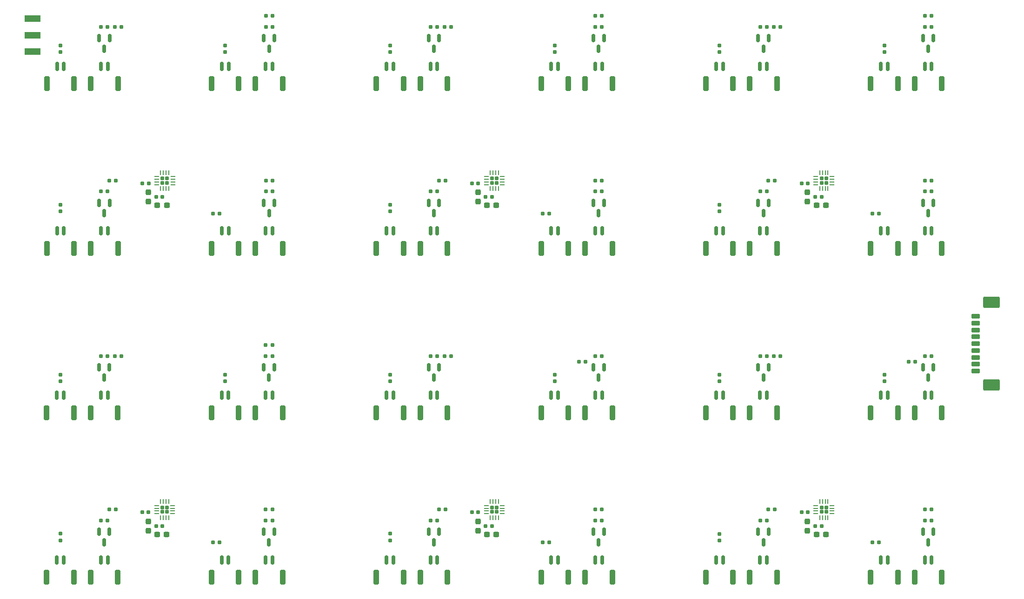
<source format=gtp>
G04 #@! TF.GenerationSoftware,KiCad,Pcbnew,(6.0.7-1)-1*
G04 #@! TF.CreationDate,2023-08-08T09:05:01+02:00*
G04 #@! TF.ProjectId,BD-SMD_PD,42442d53-4d44-45f5-9044-2e6b69636164,rev?*
G04 #@! TF.SameCoordinates,Original*
G04 #@! TF.FileFunction,Paste,Top*
G04 #@! TF.FilePolarity,Positive*
%FSLAX46Y46*%
G04 Gerber Fmt 4.6, Leading zero omitted, Abs format (unit mm)*
G04 Created by KiCad (PCBNEW (6.0.7-1)-1) date 2023-08-08 09:05:01*
%MOMM*%
%LPD*%
G01*
G04 APERTURE LIST*
G04 Aperture macros list*
%AMRoundRect*
0 Rectangle with rounded corners*
0 $1 Rounding radius*
0 $2 $3 $4 $5 $6 $7 $8 $9 X,Y pos of 4 corners*
0 Add a 4 corners polygon primitive as box body*
4,1,4,$2,$3,$4,$5,$6,$7,$8,$9,$2,$3,0*
0 Add four circle primitives for the rounded corners*
1,1,$1+$1,$2,$3*
1,1,$1+$1,$4,$5*
1,1,$1+$1,$6,$7*
1,1,$1+$1,$8,$9*
0 Add four rect primitives between the rounded corners*
20,1,$1+$1,$2,$3,$4,$5,0*
20,1,$1+$1,$4,$5,$6,$7,0*
20,1,$1+$1,$6,$7,$8,$9,0*
20,1,$1+$1,$8,$9,$2,$3,0*%
G04 Aperture macros list end*
%ADD10RoundRect,0.150000X-0.150000X-0.700000X0.150000X-0.700000X0.150000X0.700000X-0.150000X0.700000X0*%
%ADD11RoundRect,0.250000X-0.250000X-1.100000X0.250000X-1.100000X0.250000X1.100000X-0.250000X1.100000X0*%
%ADD12RoundRect,0.160000X0.197500X0.160000X-0.197500X0.160000X-0.197500X-0.160000X0.197500X-0.160000X0*%
%ADD13RoundRect,0.150000X-0.150000X0.587500X-0.150000X-0.587500X0.150000X-0.587500X0.150000X0.587500X0*%
%ADD14RoundRect,0.160000X-0.160000X0.197500X-0.160000X-0.197500X0.160000X-0.197500X0.160000X0.197500X0*%
%ADD15RoundRect,0.160000X-0.197500X-0.160000X0.197500X-0.160000X0.197500X0.160000X-0.197500X0.160000X0*%
%ADD16RoundRect,0.155000X0.212500X0.155000X-0.212500X0.155000X-0.212500X-0.155000X0.212500X-0.155000X0*%
%ADD17RoundRect,0.170000X-0.170000X0.170000X-0.170000X-0.170000X0.170000X-0.170000X0.170000X0.170000X0*%
%ADD18RoundRect,0.062500X-0.062500X0.355000X-0.062500X-0.355000X0.062500X-0.355000X0.062500X0.355000X0*%
%ADD19RoundRect,0.062500X-0.355000X0.062500X-0.355000X-0.062500X0.355000X-0.062500X0.355000X0.062500X0*%
%ADD20RoundRect,0.237500X0.300000X0.237500X-0.300000X0.237500X-0.300000X-0.237500X0.300000X-0.237500X0*%
%ADD21RoundRect,0.237500X-0.237500X0.300000X-0.237500X-0.300000X0.237500X-0.300000X0.237500X0.300000X0*%
%ADD22R,2.920000X1.270000*%
%ADD23RoundRect,0.200000X0.600000X-0.200000X0.600000X0.200000X-0.600000X0.200000X-0.600000X-0.200000X0*%
%ADD24RoundRect,0.250001X1.249999X-0.799999X1.249999X0.799999X-1.249999X0.799999X-1.249999X-0.799999X0*%
G04 APERTURE END LIST*
D10*
X130304508Y-149765000D03*
X131554508Y-149765000D03*
D11*
X128454508Y-152965000D03*
X133404508Y-152965000D03*
D12*
X139546500Y-112615000D03*
X138351500Y-112615000D03*
D10*
X138304508Y-179765000D03*
X139554508Y-179765000D03*
D11*
X141404508Y-182965000D03*
X136454508Y-182965000D03*
D10*
X190324000Y-179765000D03*
X191574000Y-179765000D03*
D11*
X188474000Y-182965000D03*
X193424000Y-182965000D03*
D13*
X169879508Y-174677500D03*
X167979508Y-174677500D03*
X168929508Y-176552500D03*
D12*
X229546500Y-142615000D03*
X228351500Y-142615000D03*
D10*
X228324000Y-149765000D03*
X229574000Y-149765000D03*
D11*
X231424000Y-152965000D03*
X226474000Y-152965000D03*
D12*
X142046500Y-82615000D03*
X140851500Y-82615000D03*
D13*
X169899000Y-84677500D03*
X167999000Y-84677500D03*
X168949000Y-86552500D03*
D14*
X190949000Y-86017500D03*
X190949000Y-87212500D03*
D10*
X198324000Y-119765000D03*
X199574000Y-119765000D03*
D11*
X201424000Y-122965000D03*
X196474000Y-122965000D03*
D10*
X160304508Y-149765000D03*
X161554508Y-149765000D03*
D11*
X163404508Y-152965000D03*
X158454508Y-152965000D03*
D12*
X199546500Y-82615000D03*
X198351500Y-82615000D03*
D15*
X285351500Y-143615000D03*
X286546500Y-143615000D03*
D16*
X149516500Y-113615000D03*
X148381500Y-113615000D03*
D12*
X169546500Y-112615000D03*
X168351500Y-112615000D03*
D10*
X280324000Y-89765000D03*
X281574000Y-89765000D03*
D11*
X283424000Y-92965000D03*
X278474000Y-92965000D03*
D10*
X288324000Y-119765000D03*
X289574000Y-119765000D03*
D11*
X291424000Y-122965000D03*
X286474000Y-122965000D03*
D10*
X220324000Y-119765000D03*
X221574000Y-119765000D03*
D11*
X223424000Y-122965000D03*
X218474000Y-122965000D03*
D12*
X261046500Y-170615000D03*
X259851500Y-170615000D03*
D10*
X168324000Y-89765000D03*
X169574000Y-89765000D03*
D11*
X171424000Y-92965000D03*
X166474000Y-92965000D03*
D12*
X202046500Y-142615000D03*
X200851500Y-142615000D03*
D10*
X250324000Y-149765000D03*
X251574000Y-149765000D03*
D11*
X248474000Y-152965000D03*
X253424000Y-152965000D03*
D15*
X278754000Y-176615000D03*
X279949000Y-176615000D03*
X168351500Y-110615000D03*
X169546500Y-110615000D03*
D13*
X289899000Y-174677500D03*
X287999000Y-174677500D03*
X288949000Y-176552500D03*
D10*
X250324000Y-179765000D03*
X251574000Y-179765000D03*
D11*
X253424000Y-182965000D03*
X248474000Y-182965000D03*
D17*
X150349508Y-170195000D03*
X150349508Y-171035000D03*
X149509508Y-171035000D03*
X149509508Y-170195000D03*
D18*
X150679508Y-169157500D03*
X150179508Y-169157500D03*
X149679508Y-169157500D03*
X149179508Y-169157500D03*
D19*
X148472008Y-169865000D03*
X148472008Y-170365000D03*
X148472008Y-170865000D03*
X148472008Y-171365000D03*
D18*
X149179508Y-172072500D03*
X149679508Y-172072500D03*
X150179508Y-172072500D03*
X150679508Y-172072500D03*
D19*
X151387008Y-171365000D03*
X151387008Y-170865000D03*
X151387008Y-170365000D03*
X151387008Y-169865000D03*
D10*
X228324000Y-179765000D03*
X229574000Y-179765000D03*
D11*
X226474000Y-182965000D03*
X231424000Y-182965000D03*
D12*
X142027008Y-142615000D03*
X140832008Y-142615000D03*
D14*
X130929508Y-175017500D03*
X130929508Y-176212500D03*
D12*
X139527008Y-142615000D03*
X138332008Y-142615000D03*
D10*
X190324000Y-119765000D03*
X191574000Y-119765000D03*
D11*
X193424000Y-122965000D03*
X188474000Y-122965000D03*
D12*
X262046500Y-82615000D03*
X260851500Y-82615000D03*
D14*
X250949000Y-86017500D03*
X250949000Y-87212500D03*
D16*
X207016500Y-111115000D03*
X205881500Y-111115000D03*
D15*
X278754000Y-116615000D03*
X279949000Y-116615000D03*
D12*
X229546500Y-82615000D03*
X228351500Y-82615000D03*
X201046500Y-110615000D03*
X199851500Y-110615000D03*
D14*
X130949000Y-115017500D03*
X130949000Y-116212500D03*
D16*
X267016500Y-111115000D03*
X265881500Y-111115000D03*
D12*
X199546500Y-142615000D03*
X198351500Y-142615000D03*
D13*
X259899000Y-144677500D03*
X257999000Y-144677500D03*
X258949000Y-146552500D03*
D10*
X168324000Y-119765000D03*
X169574000Y-119765000D03*
D11*
X171424000Y-122965000D03*
X166474000Y-122965000D03*
D12*
X169527008Y-172615000D03*
X168332008Y-172615000D03*
D17*
X270369000Y-110195000D03*
X269529000Y-110195000D03*
X270369000Y-111035000D03*
X269529000Y-111035000D03*
D18*
X270699000Y-109157500D03*
X270199000Y-109157500D03*
X269699000Y-109157500D03*
X269199000Y-109157500D03*
D19*
X268491500Y-109865000D03*
X268491500Y-110365000D03*
X268491500Y-110865000D03*
X268491500Y-111365000D03*
D18*
X269199000Y-112072500D03*
X269699000Y-112072500D03*
X270199000Y-112072500D03*
X270699000Y-112072500D03*
D19*
X271406500Y-111365000D03*
X271406500Y-110865000D03*
X271406500Y-110365000D03*
X271406500Y-109865000D03*
D13*
X289899000Y-144677500D03*
X287999000Y-144677500D03*
X288949000Y-146552500D03*
D10*
X250324000Y-89765000D03*
X251574000Y-89765000D03*
D11*
X253424000Y-92965000D03*
X248474000Y-92965000D03*
D10*
X160324000Y-119765000D03*
X161574000Y-119765000D03*
D11*
X158474000Y-122965000D03*
X163424000Y-122965000D03*
D14*
X190949000Y-175017500D03*
X190949000Y-176212500D03*
D20*
X270311500Y-115115000D03*
X268586500Y-115115000D03*
D14*
X220949000Y-86017500D03*
X220949000Y-87212500D03*
D12*
X259546500Y-142615000D03*
X258351500Y-142615000D03*
D15*
X288351500Y-170615000D03*
X289546500Y-170615000D03*
X218754000Y-116615000D03*
X219949000Y-116615000D03*
D12*
X229546500Y-172615000D03*
X228351500Y-172615000D03*
D13*
X199899000Y-114677500D03*
X197999000Y-114677500D03*
X198949000Y-116552500D03*
D10*
X220324000Y-89765000D03*
X221574000Y-89765000D03*
D11*
X218474000Y-92965000D03*
X223424000Y-92965000D03*
D16*
X269516500Y-173615000D03*
X268381500Y-173615000D03*
D12*
X141046500Y-170615000D03*
X139851500Y-170615000D03*
X169527008Y-142615000D03*
X168332008Y-142615000D03*
D20*
X150311500Y-115115000D03*
X148586500Y-115115000D03*
D15*
X288351500Y-110615000D03*
X289546500Y-110615000D03*
D21*
X266949000Y-112752500D03*
X266949000Y-114477500D03*
D14*
X190949000Y-146017500D03*
X190949000Y-147212500D03*
D15*
X168332008Y-140615000D03*
X169527008Y-140615000D03*
D12*
X141046500Y-110615000D03*
X139851500Y-110615000D03*
D10*
X228324000Y-119765000D03*
X229574000Y-119765000D03*
D11*
X231424000Y-122965000D03*
X226474000Y-122965000D03*
D21*
X146929508Y-172752500D03*
X146929508Y-174477500D03*
D10*
X190324000Y-149765000D03*
X191574000Y-149765000D03*
D11*
X188474000Y-152965000D03*
X193424000Y-152965000D03*
D21*
X146949000Y-112752500D03*
X146949000Y-114477500D03*
D13*
X229899000Y-84677500D03*
X227999000Y-84677500D03*
X228949000Y-86552500D03*
X169899000Y-114677500D03*
X167999000Y-114677500D03*
X168949000Y-116552500D03*
D15*
X225351500Y-143615000D03*
X226546500Y-143615000D03*
D17*
X149529000Y-110195000D03*
X149529000Y-111035000D03*
X150369000Y-111035000D03*
X150369000Y-110195000D03*
D18*
X150699000Y-109157500D03*
X150199000Y-109157500D03*
X149699000Y-109157500D03*
X149199000Y-109157500D03*
D19*
X148491500Y-109865000D03*
X148491500Y-110365000D03*
X148491500Y-110865000D03*
X148491500Y-111365000D03*
D18*
X149199000Y-112072500D03*
X149699000Y-112072500D03*
X150199000Y-112072500D03*
X150699000Y-112072500D03*
D19*
X151406500Y-111365000D03*
X151406500Y-110865000D03*
X151406500Y-110365000D03*
X151406500Y-109865000D03*
D15*
X228351500Y-110615000D03*
X229546500Y-110615000D03*
X218754000Y-176615000D03*
X219949000Y-176615000D03*
D13*
X199899000Y-174677500D03*
X197999000Y-174677500D03*
X198949000Y-176552500D03*
X199899000Y-84677500D03*
X197999000Y-84677500D03*
X198949000Y-86552500D03*
D10*
X288324000Y-179765000D03*
X289574000Y-179765000D03*
D11*
X286474000Y-182965000D03*
X291424000Y-182965000D03*
D15*
X228351500Y-80615000D03*
X229546500Y-80615000D03*
D13*
X199899000Y-144677500D03*
X197999000Y-144677500D03*
X198949000Y-146552500D03*
D12*
X201046500Y-170615000D03*
X199851500Y-170615000D03*
D14*
X130929508Y-146017500D03*
X130929508Y-147212500D03*
D15*
X168332008Y-170615000D03*
X169527008Y-170615000D03*
X168351500Y-80615000D03*
X169546500Y-80615000D03*
D13*
X289899000Y-114677500D03*
X287999000Y-114677500D03*
X288949000Y-116552500D03*
D15*
X158734508Y-176615000D03*
X159929508Y-176615000D03*
D12*
X199546500Y-172615000D03*
X198351500Y-172615000D03*
X259546500Y-82615000D03*
X258351500Y-82615000D03*
D16*
X209516500Y-173615000D03*
X208381500Y-173615000D03*
X147016500Y-111115000D03*
X145881500Y-111115000D03*
D14*
X190949000Y-115017500D03*
X190949000Y-116212500D03*
D16*
X269516500Y-113615000D03*
X268381500Y-113615000D03*
X267016500Y-171115000D03*
X265881500Y-171115000D03*
D13*
X139899000Y-84677500D03*
X137999000Y-84677500D03*
X138949000Y-86552500D03*
D15*
X288351500Y-80615000D03*
X289546500Y-80615000D03*
D20*
X270311500Y-175115000D03*
X268586500Y-175115000D03*
D10*
X258324000Y-89765000D03*
X259574000Y-89765000D03*
D11*
X261424000Y-92965000D03*
X256474000Y-92965000D03*
D15*
X158754000Y-116615000D03*
X159949000Y-116615000D03*
D10*
X258324000Y-119765000D03*
X259574000Y-119765000D03*
D11*
X256474000Y-122965000D03*
X261424000Y-122965000D03*
D17*
X269529000Y-171035000D03*
X269529000Y-170195000D03*
X270369000Y-170195000D03*
X270369000Y-171035000D03*
D18*
X270699000Y-169157500D03*
X270199000Y-169157500D03*
X269699000Y-169157500D03*
X269199000Y-169157500D03*
D19*
X268491500Y-169865000D03*
X268491500Y-170365000D03*
X268491500Y-170865000D03*
X268491500Y-171365000D03*
D18*
X269199000Y-172072500D03*
X269699000Y-172072500D03*
X270199000Y-172072500D03*
X270699000Y-172072500D03*
D19*
X271406500Y-171365000D03*
X271406500Y-170865000D03*
X271406500Y-170365000D03*
X271406500Y-169865000D03*
D14*
X250949000Y-146017500D03*
X250949000Y-147212500D03*
X130949000Y-86017500D03*
X130949000Y-87212500D03*
X160949000Y-86017500D03*
X160949000Y-87212500D03*
D16*
X146997008Y-171115000D03*
X145862008Y-171115000D03*
D10*
X258324000Y-149765000D03*
X259574000Y-149765000D03*
D11*
X256474000Y-152965000D03*
X261424000Y-152965000D03*
D13*
X259899000Y-174677500D03*
X257999000Y-174677500D03*
X258949000Y-176552500D03*
D10*
X198324000Y-179765000D03*
X199574000Y-179765000D03*
D11*
X196474000Y-182965000D03*
X201424000Y-182965000D03*
D12*
X229546500Y-112615000D03*
X228351500Y-112615000D03*
D13*
X169879508Y-144677500D03*
X167979508Y-144677500D03*
X168929508Y-146552500D03*
D14*
X280949000Y-86017500D03*
X280949000Y-87212500D03*
D10*
X160324000Y-89765000D03*
X161574000Y-89765000D03*
D11*
X163424000Y-92965000D03*
X158474000Y-92965000D03*
D12*
X289546500Y-82615000D03*
X288351500Y-82615000D03*
D14*
X250949000Y-175065000D03*
X250949000Y-176260000D03*
D10*
X288324000Y-89765000D03*
X289574000Y-89765000D03*
D11*
X286474000Y-92965000D03*
X291424000Y-92965000D03*
D13*
X139879508Y-144677500D03*
X137979508Y-144677500D03*
X138929508Y-146552500D03*
D20*
X210311500Y-175115000D03*
X208586500Y-175115000D03*
D12*
X289546500Y-172615000D03*
X288351500Y-172615000D03*
D10*
X130324000Y-119765000D03*
X131574000Y-119765000D03*
D11*
X128474000Y-122965000D03*
X133424000Y-122965000D03*
D13*
X259899000Y-84677500D03*
X257999000Y-84677500D03*
X258949000Y-86552500D03*
D20*
X150292008Y-175115000D03*
X148567008Y-175115000D03*
D10*
X220324000Y-179765000D03*
X221574000Y-179765000D03*
D11*
X218474000Y-182965000D03*
X223424000Y-182965000D03*
D10*
X138324000Y-89765000D03*
X139574000Y-89765000D03*
D11*
X136474000Y-92965000D03*
X141424000Y-92965000D03*
D12*
X169546500Y-82615000D03*
X168351500Y-82615000D03*
X259546500Y-172615000D03*
X258351500Y-172615000D03*
D10*
X168304508Y-149765000D03*
X169554508Y-149765000D03*
D11*
X166454508Y-152965000D03*
X171404508Y-152965000D03*
D10*
X138304508Y-149765000D03*
X139554508Y-149765000D03*
D11*
X141404508Y-152965000D03*
X136454508Y-152965000D03*
D13*
X289899000Y-84677500D03*
X287999000Y-84677500D03*
X288949000Y-86552500D03*
X229899000Y-114677500D03*
X227999000Y-114677500D03*
X228949000Y-116552500D03*
D12*
X289546500Y-142615000D03*
X288351500Y-142615000D03*
D14*
X280949000Y-146017500D03*
X280949000Y-147212500D03*
D13*
X229899000Y-144677500D03*
X227999000Y-144677500D03*
X228949000Y-146552500D03*
D21*
X206949000Y-112752500D03*
X206949000Y-114477500D03*
D17*
X209529000Y-170195000D03*
X210369000Y-170195000D03*
X209529000Y-171035000D03*
X210369000Y-171035000D03*
D18*
X210699000Y-169157500D03*
X210199000Y-169157500D03*
X209699000Y-169157500D03*
X209199000Y-169157500D03*
D19*
X208491500Y-169865000D03*
X208491500Y-170365000D03*
X208491500Y-170865000D03*
X208491500Y-171365000D03*
D18*
X209199000Y-172072500D03*
X209699000Y-172072500D03*
X210199000Y-172072500D03*
X210699000Y-172072500D03*
D19*
X211406500Y-171365000D03*
X211406500Y-170865000D03*
X211406500Y-170365000D03*
X211406500Y-169865000D03*
D10*
X220324000Y-149765000D03*
X221574000Y-149765000D03*
D11*
X223424000Y-152965000D03*
X218474000Y-152965000D03*
D10*
X280324000Y-149765000D03*
X281574000Y-149765000D03*
D11*
X283424000Y-152965000D03*
X278474000Y-152965000D03*
D21*
X206949000Y-172752500D03*
X206949000Y-174477500D03*
D20*
X210311500Y-115115000D03*
X208586500Y-115115000D03*
D10*
X258324000Y-179765000D03*
X259574000Y-179765000D03*
D11*
X261424000Y-182965000D03*
X256474000Y-182965000D03*
D10*
X198324000Y-149765000D03*
X199574000Y-149765000D03*
D11*
X201424000Y-152965000D03*
X196474000Y-152965000D03*
D12*
X259546500Y-112615000D03*
X258351500Y-112615000D03*
D13*
X139899000Y-114677500D03*
X137999000Y-114677500D03*
X138949000Y-116552500D03*
D16*
X207016500Y-171115000D03*
X205881500Y-171115000D03*
D12*
X261046500Y-110615000D03*
X259851500Y-110615000D03*
D10*
X130324000Y-89765000D03*
X131574000Y-89765000D03*
D11*
X128474000Y-92965000D03*
X133424000Y-92965000D03*
D10*
X168304508Y-179765000D03*
X169554508Y-179765000D03*
D11*
X166454508Y-182965000D03*
X171404508Y-182965000D03*
D13*
X259899000Y-114677500D03*
X257999000Y-114677500D03*
X258949000Y-116552500D03*
D15*
X228351500Y-170615000D03*
X229546500Y-170615000D03*
D21*
X266949000Y-172752500D03*
X266949000Y-174477500D03*
D10*
X280324000Y-179765000D03*
X281574000Y-179765000D03*
D11*
X278474000Y-182965000D03*
X283424000Y-182965000D03*
D10*
X280324000Y-119765000D03*
X281574000Y-119765000D03*
D11*
X283424000Y-122965000D03*
X278474000Y-122965000D03*
D14*
X220949000Y-146017500D03*
X220949000Y-147212500D03*
D13*
X139879508Y-174677500D03*
X137979508Y-174677500D03*
X138929508Y-176552500D03*
D16*
X149497008Y-173615000D03*
X148362008Y-173615000D03*
D22*
X125851500Y-87115000D03*
X125851500Y-84115000D03*
X125851500Y-81115000D03*
D12*
X139546500Y-82615000D03*
X138351500Y-82615000D03*
D10*
X190324000Y-89765000D03*
X191574000Y-89765000D03*
D11*
X193424000Y-92965000D03*
X188474000Y-92965000D03*
D10*
X130304508Y-179765000D03*
X131554508Y-179765000D03*
D11*
X128454508Y-182965000D03*
X133404508Y-182965000D03*
D10*
X250324000Y-119765000D03*
X251574000Y-119765000D03*
D11*
X253424000Y-122965000D03*
X248474000Y-122965000D03*
D10*
X138324000Y-119765000D03*
X139574000Y-119765000D03*
D11*
X141424000Y-122965000D03*
X136474000Y-122965000D03*
D16*
X209516500Y-113615000D03*
X208381500Y-113615000D03*
D12*
X262046500Y-142615000D03*
X260851500Y-142615000D03*
D14*
X250949000Y-115017500D03*
X250949000Y-116212500D03*
D23*
X297549000Y-145365000D03*
X297549000Y-144115000D03*
X297549000Y-142865000D03*
X297549000Y-141615000D03*
X297549000Y-140365000D03*
X297549000Y-139115000D03*
X297549000Y-137865000D03*
X297549000Y-136615000D03*
X297549000Y-135365000D03*
D24*
X300449000Y-147915000D03*
X300449000Y-132815000D03*
D17*
X210369000Y-111035000D03*
X209529000Y-110195000D03*
X209529000Y-111035000D03*
X210369000Y-110195000D03*
D18*
X210699000Y-109157500D03*
X210199000Y-109157500D03*
X209699000Y-109157500D03*
X209199000Y-109157500D03*
D19*
X208491500Y-109865000D03*
X208491500Y-110365000D03*
X208491500Y-110865000D03*
X208491500Y-111365000D03*
D18*
X209199000Y-112072500D03*
X209699000Y-112072500D03*
X210199000Y-112072500D03*
X210699000Y-112072500D03*
D19*
X211406500Y-111365000D03*
X211406500Y-110865000D03*
X211406500Y-110365000D03*
X211406500Y-109865000D03*
D12*
X289546500Y-112615000D03*
X288351500Y-112615000D03*
X199546500Y-112615000D03*
X198351500Y-112615000D03*
X202046500Y-82615000D03*
X200851500Y-82615000D03*
X139527008Y-172615000D03*
X138332008Y-172615000D03*
D13*
X229899000Y-174677500D03*
X227999000Y-174677500D03*
X228949000Y-176552500D03*
D10*
X228324000Y-89765000D03*
X229574000Y-89765000D03*
D11*
X231424000Y-92965000D03*
X226474000Y-92965000D03*
D14*
X160929508Y-146017500D03*
X160929508Y-147212500D03*
D10*
X288324000Y-149765000D03*
X289574000Y-149765000D03*
D11*
X286474000Y-152965000D03*
X291424000Y-152965000D03*
D10*
X160304508Y-179765000D03*
X161554508Y-179765000D03*
D11*
X158454508Y-182965000D03*
X163404508Y-182965000D03*
D10*
X198324000Y-89765000D03*
X199574000Y-89765000D03*
D11*
X201424000Y-92965000D03*
X196474000Y-92965000D03*
M02*

</source>
